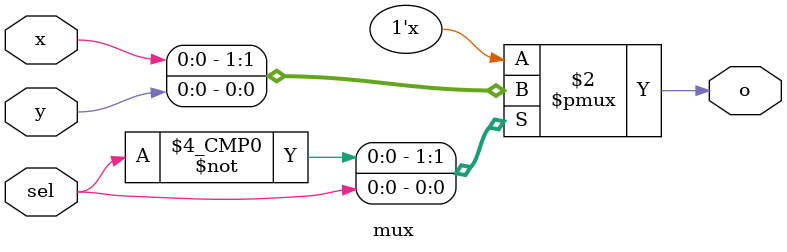
<source format=v>
module one_bit_register(
    input data,
    input store,
    input rst,
    input clk,
    output out
);
    wire t1;
    mux mux1(store, out, data, t1);
    d_Flipflop d_ff1(t1, clk, rst, out); 
endmodule

module d_Flipflop(
    input d,
    input clk,
    input rst,
    output reg q
);
    always @(posedge clk)
    begin
        if (!rst) q <= 1'b0;
        else q <= d;
    end
endmodule

module mux(
    input sel,
    input x,
    input y,
    output reg o
);
    always @(*)
    begin
        case (sel)
            1'b0: o = x;
            1'b1: o = y;
        endcase
    end
endmodule
</source>
